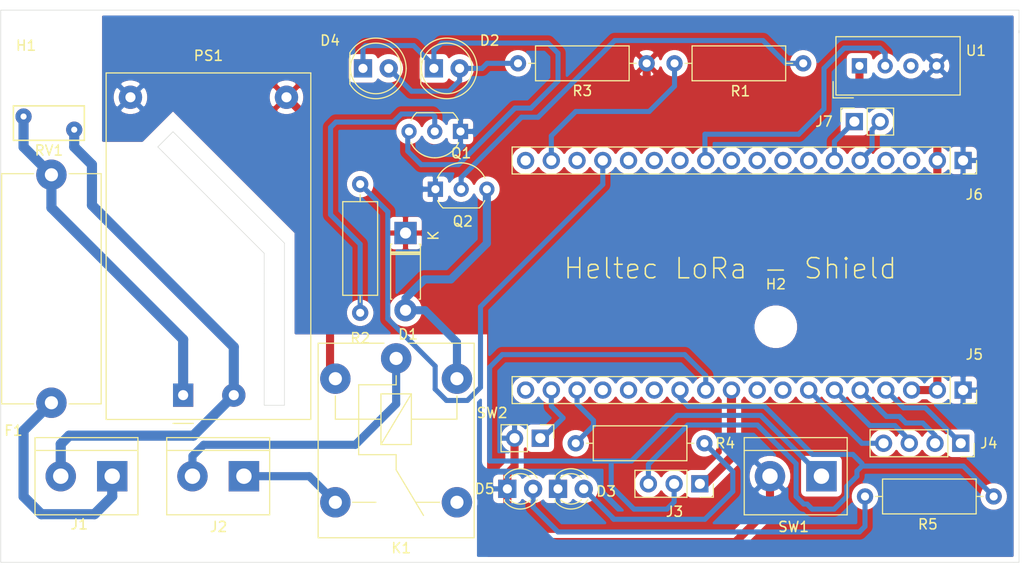
<source format=kicad_pcb>
(kicad_pcb (version 20171130) (host pcbnew 5.1.6-c6e7f7d~87~ubuntu18.04.1)
  (title_block (title "Smart Public Building - Node") (date 2020-10-14) (rev 1.0) (company "Lucas Monzon Languasco - SuSTI") (comment 1 "Shield Heltec LoRa") (comment 2 "Revisor alumno: Daniel Marquez") (comment 3 "Revisor docente: Diego Brengi") (comment 4 "Licencia BSD (proyecto CIAA), GPL o OHL (Cern)."))
  (layers (0 F.Cu signal) (31 B.Cu signal) (34 B.Paste user hide) (35 F.Paste user hide) (36 B.SilkS user hide) (37 F.SilkS user) (38 B.Mask user hide) (39 F.Mask user hide) (44 Edge.Cuts user))
  (net 0 "")
  (net 1 +5V)
  (net 2 "Net-(D1-Pad2)")
  (net 3 "Net-(D2-Pad1)")
  (net 4 "Net-(D2-Pad2)")
  (net 5 GND)
  (net 6 "Net-(D3-Pad2)")
  (net 7 "Net-(D5-Pad2)")
  (net 8 "Net-(F1-Pad1)")
  (net 9 "Net-(F1-Pad2)")
  (net 10 "Net-(J1-Pad2)")
  (net 11 "Net-(J2-Pad1)")
  (net 12 "Net-(J2-Pad2)")
  (net 13 /32)
  (net 14 /36)
  (net 15 /37)
  (net 16 /38)
  (net 17 /39)
  (net 18 +3V3)
  (net 19 "Net-(J5-Pad8)")
  (net 20 "Net-(J5-Pad9)")
  (net 21 "Net-(J5-Pad13)")
  (net 22 "Net-(J5-Pad14)")
  (net 23 "Net-(J5-Pad15)")
  (net 24 "Net-(J5-Pad18)")
  (net 25 "Net-(J6-Pad18)")
  (net 26 "Net-(J6-Pad16)")
  (net 27 "Net-(J6-Pad14)")
  (net 28 "Net-(J6-Pad13)")
  (net 29 "Net-(J6-Pad12)")
  (net 30 "Net-(J6-Pad10)")
  (net 31 "Net-(J6-Pad9)")
  (net 32 "Net-(J6-Pad8)")
  (net 33 "Net-(J6-Pad7)")
  (net 34 "Net-(J6-Pad6)")
  (net 35 "Net-(J6-Pad5)")
  (net 36 "Net-(J6-Pad4)")
  (net 37 "Net-(J6-Pad3)")
  (net 38 "Net-(K1-Pad12)")
  (net 39 "Net-(Q1-Pad2)")
  (net 40 "Net-(Q2-Pad2)")
  (net 41 "Net-(U1-Pad3)")
  (net 42 /pulsador1)
  (net 43 /led2)
  (net 44 /led1)
  (net 45 /pulsador2)
  (net 46 /salidarelay)
  (net 47 /salidair)
  (net 48 /temp)
  (module Connector_PinSocket_2.54mm:PinSocket_1x18_P2.54mm_Vertical (layer F.Cu) (at 144.98 65.5 270)
    (fp_text reference J5 (at -3.51 -1.11 180) (layer F.SilkS))
    (fp_text value Conn_01x18)
    (fp_line (start -1.33 1.27) (end 1.33 1.27) (layer F.SilkS) (width 0.12))
    (fp_line (start -1.33 1.27) (end -1.33 44.51) (layer F.SilkS) (width 0.12))
    (fp_line (start -1.33 44.51) (end 1.33 44.51) (layer F.SilkS) (width 0.12))
    (fp_line (start 1.33 1.27) (end 1.33 44.51) (layer F.SilkS) (width 0.12))
    (fp_line (start 1.33 -1.33) (end 1.33 0) (layer F.SilkS) (width 0.12))
    (fp_line (start 0 -1.33) (end 1.33 -1.33) (layer F.SilkS) (width 0.12))
    (pad 1 thru_hole rect (at 0 0 270) (size 1.7 1.7) (drill 1) (layers *.Cu *.Mask) (net 5 GND))
    (pad 2 thru_hole oval (at 0 2.54 270) (size 1.7 1.7) (drill 1) (layers *.Cu *.Mask) (net 18 +3V3))
    (pad 3 thru_hole oval (at 0 5.08 270) (size 1.7 1.7) (drill 1) (layers *.Cu *.Mask) (net 18 +3V3))
    (pad 4 thru_hole oval (at 0 7.62 270) (size 1.7 1.7) (drill 1) (layers *.Cu *.Mask) (net 14 /36))
    (pad 5 thru_hole oval (at 0 10.16 270) (size 1.7 1.7) (drill 1) (layers *.Cu *.Mask) (net 15 /37))
    (pad 6 thru_hole oval (at 0 12.7 270) (size 1.7 1.7) (drill 1) (layers *.Cu *.Mask) (net 16 /38))
    (pad 7 thru_hole oval (at 0 15.24 270) (size 1.7 1.7) (drill 1) (layers *.Cu *.Mask) (net 17 /39))
    (pad 8 thru_hole oval (at 0 17.78 270) (size 1.7 1.7) (drill 1) (layers *.Cu *.Mask) (net 19 "Net-(J5-Pad8)"))
    (pad 9 thru_hole oval (at 0 20.32 270) (size 1.7 1.7) (drill 1) (layers *.Cu *.Mask) (net 20 "Net-(J5-Pad9)"))
    (pad 10 thru_hole oval (at 0 22.86 270) (size 1.7 1.7) (drill 1) (layers *.Cu *.Mask) (net 13 /32))
    (pad 11 thru_hole oval (at 0 25.4 270) (size 1.7 1.7) (drill 1) (layers *.Cu *.Mask) (net 42 /pulsador1))
    (pad 12 thru_hole oval (at 0 27.94 270) (size 1.7 1.7) (drill 1) (layers *.Cu *.Mask) (net 43 /led2))
    (pad 13 thru_hole oval (at 0 30.48 270) (size 1.7 1.7) (drill 1) (layers *.Cu *.Mask) (net 21 "Net-(J5-Pad13)"))
    (pad 14 thru_hole oval (at 0 33.02 270) (size 1.7 1.7) (drill 1) (layers *.Cu *.Mask) (net 22 "Net-(J5-Pad14)"))
    (pad 15 thru_hole oval (at 0 35.56 270) (size 1.7 1.7) (drill 1) (layers *.Cu *.Mask) (net 23 "Net-(J5-Pad15)"))
    (pad 16 thru_hole oval (at 0 38.1 270) (size 1.7 1.7) (drill 1) (layers *.Cu *.Mask) (net 44 /led1))
    (pad 17 thru_hole oval (at 0 40.64 270) (size 1.7 1.7) (drill 1) (layers *.Cu *.Mask) (net 45 /pulsador2))
    (pad 18 thru_hole oval (at 0 43.18 270) (size 1.7 1.7) (drill 1) (layers *.Cu *.Mask) (net 24 "Net-(J5-Pad18)"))
  )
  (module Package_TO_SOT_THT:TO-92_Inline_Wide (layer F.Cu) (at 92.9 45.675)
    (fp_text reference Q1 (at 2.54 -3.56) (layer F.SilkS))
    (fp_text value 2N2219)
    (fp_line (start 0.74 1.85) (end 4.34 1.85) (layer F.SilkS) (width 0.12))
    (fp_arc (start 2.54 0) (end 0.74 1.85) (angle 20) (layer F.SilkS) (width 0.12))
    (fp_arc (start 2.54 0) (end 2.54 -2.6) (angle -65) (layer F.SilkS) (width 0.12))
    (fp_arc (start 2.54 0) (end 2.54 -2.6) (angle 65) (layer F.SilkS) (width 0.12))
    (fp_arc (start 2.54 0) (end 4.34 1.85) (angle -20) (layer F.SilkS) (width 0.12))
    (pad 2 thru_hole circle (at 2.54 0 90) (size 1.5 1.5) (drill 0.8) (layers *.Cu *.Mask) (net 39 "Net-(Q1-Pad2)"))
    (pad 3 thru_hole circle (at 5.08 0 90) (size 1.5 1.5) (drill 0.8) (layers *.Cu *.Mask) (net 2 "Net-(D1-Pad2)"))
    (pad 1 thru_hole rect (at 0 0 90) (size 1.5 1.5) (drill 0.8) (layers *.Cu *.Mask) (net 5 GND))
  )
  (module Resistor_THT:R_Axial_DIN0309_L9.0mm_D3.2mm_P12.70mm_Horizontal (layer F.Cu) (at 85.475 57.875 90)
    (fp_text reference R2 (at -2.5 0 180) (layer F.SilkS))
    (fp_text value 100)
    (fp_line (start 1.73 -1.72) (end 1.73 1.72) (layer F.SilkS) (width 0.12))
    (fp_line (start 1.73 1.72) (end 10.97 1.72) (layer F.SilkS) (width 0.12))
    (fp_line (start 10.97 1.72) (end 10.97 -1.72) (layer F.SilkS) (width 0.12))
    (fp_line (start 10.97 -1.72) (end 1.73 -1.72) (layer F.SilkS) (width 0.12))
    (fp_line (start 1.04 0) (end 1.73 0) (layer F.SilkS) (width 0.12))
    (fp_line (start 11.66 0) (end 10.97 0) (layer F.SilkS) (width 0.12))
    (pad 2 thru_hole oval (at 12.7 0 90) (size 1.6 1.6) (drill 0.8) (layers *.Cu *.Mask) (net 47 /salidair))
    (pad 1 thru_hole circle (at 0 0 90) (size 1.6 1.6) (drill 0.8) (layers *.Cu *.Mask) (net 40 "Net-(Q2-Pad2)"))
  )
  (module MountingHole:MountingHole_3.2mm_M3 (layer F.Cu) (at 55 33.75)
    (fp_text reference H1 (at -2.5 -2.25) (layer F.SilkS))
    (fp_text value MountingHole_3.2mm_M3)
    (pad 1 np_thru_hole circle (at 0 0) (size 3.2 3.2) (drill 3.2) (layers *.Cu *.Mask))
  )
  (module MountingHole:MountingHole_3.2mm_M3 (layer F.Cu) (at 126.5 59.25)
    (fp_text reference H2 (at 0 -4.2) (layer F.SilkS))
    (fp_text value MountingHole_3.2mm_M3)
    (pad 1 np_thru_hole circle (at 0 0) (size 3.2 3.2) (drill 3.2) (layers *.Cu *.Mask))
  )
  (module Converter_ACDC:Converter_ACDC_HiLink_HLK-PMxx (layer F.Cu) (at 68 66 90)
    (fp_text reference PS1 (at 33.5 2.5 180) (layer F.SilkS))
    (fp_text value HLK-PM01)
    (fp_line (start -2.79 -1) (end -2.79 1.01) (layer F.SilkS) (width 0.12))
    (fp_line (start 31.8 -7.6) (end -2.4 -7.6) (layer F.SilkS) (width 0.12))
    (fp_line (start 31.8 12.6) (end 31.8 -7.6) (layer F.SilkS) (width 0.12))
    (fp_line (start -2.4 12.6) (end 31.8 12.6) (layer F.SilkS) (width 0.12))
    (fp_line (start -2.4 -7.6) (end -2.4 12.6) (layer F.SilkS) (width 0.12))
    (pad 3 thru_hole circle (at 29.4 -5.2 90) (size 2.3 2.3) (drill 1) (layers *.Cu *.Mask) (net 5 GND))
    (pad 1 thru_hole rect (at 0 0 90) (size 2.3 2) (drill 1) (layers *.Cu *.Mask) (net 8 "Net-(F1-Pad1)"))
    (pad 2 thru_hole circle (at 0 5 90) (size 2.3 2.3) (drill 1) (layers *.Cu *.Mask) (net 10 "Net-(J1-Pad2)"))
    (pad 4 thru_hole circle (at 29.4 10.2 90) (size 2.3 2.3) (drill 1) (layers *.Cu *.Mask) (net 1 +5V))
  )
  (module TerminalBlock:TerminalBlock_bornier-2_P5.08mm (layer F.Cu) (at 61 74 180)
    (fp_text reference J1 (at 3.25 -4.75) (layer F.SilkS))
    (fp_text value Conn_01x02)
    (fp_line (start -2.54 3.81) (end 7.62 3.81) (layer F.SilkS) (width 0.12))
    (fp_line (start -2.54 -3.81) (end -2.54 3.81) (layer F.SilkS) (width 0.12))
    (fp_line (start 7.62 -3.81) (end -2.54 -3.81) (layer F.SilkS) (width 0.12))
    (fp_line (start 7.62 3.81) (end 7.62 -3.81) (layer F.SilkS) (width 0.12))
    (fp_line (start 7.62 2.54) (end -2.54 2.54) (layer F.SilkS) (width 0.12))
    (pad 1 thru_hole rect (at 0 0 180) (size 3 3) (drill 1.52) (layers *.Cu *.Mask) (net 9 "Net-(F1-Pad2)"))
    (pad 2 thru_hole circle (at 5.08 0 180) (size 3 3) (drill 1.52) (layers *.Cu *.Mask) (net 10 "Net-(J1-Pad2)"))
  )
  (module Resistor_THT:R_Axial_DIN0309_L9.0mm_D3.2mm_P12.70mm_Horizontal (layer F.Cu) (at 106.75 70.75)
    (fp_text reference R4 (at 14.75 0) (layer F.SilkS))
    (fp_text value 220)
    (fp_line (start 11.66 0) (end 10.97 0) (layer F.SilkS) (width 0.12))
    (fp_line (start 1.04 0) (end 1.73 0) (layer F.SilkS) (width 0.12))
    (fp_line (start 10.97 -1.72) (end 1.73 -1.72) (layer F.SilkS) (width 0.12))
    (fp_line (start 10.97 1.72) (end 10.97 -1.72) (layer F.SilkS) (width 0.12))
    (fp_line (start 1.73 1.72) (end 10.97 1.72) (layer F.SilkS) (width 0.12))
    (fp_line (start 1.73 -1.72) (end 1.73 1.72) (layer F.SilkS) (width 0.12))
    (pad 1 thru_hole circle (at 0 0) (size 1.6 1.6) (drill 0.8) (layers *.Cu *.Mask) (net 44 /led1))
    (pad 2 thru_hole oval (at 12.7 0) (size 1.6 1.6) (drill 0.8) (layers *.Cu *.Mask) (net 6 "Net-(D3-Pad2)"))
  )
  (module Connector_PinSocket_2.54mm:PinSocket_1x18_P2.54mm_Vertical (layer F.Cu) (at 144.98 42.84 270)
    (fp_text reference J6 (at 3.36 -1.11 180) (layer F.SilkS))
    (fp_text value Conn_01x18)
    (fp_line (start 0 -1.33) (end 1.33 -1.33) (layer F.SilkS) (width 0.12))
    (fp_line (start 1.33 -1.33) (end 1.33 0) (layer F.SilkS) (width 0.12))
    (fp_line (start 1.33 1.27) (end 1.33 44.51) (layer F.SilkS) (width 0.12))
    (fp_line (start -1.33 44.51) (end 1.33 44.51) (layer F.SilkS) (width 0.12))
    (fp_line (start -1.33 1.27) (end -1.33 44.51) (layer F.SilkS) (width 0.12))
    (fp_line (start -1.33 1.27) (end 1.33 1.27) (layer F.SilkS) (width 0.12))
    (pad 18 thru_hole oval (at 0 43.18 270) (size 1.7 1.7) (drill 1) (layers *.Cu *.Mask) (net 25 "Net-(J6-Pad18)"))
    (pad 17 thru_hole oval (at 0 40.64 270) (size 1.7 1.7) (drill 1) (layers *.Cu *.Mask) (net 46 /salidarelay))
    (pad 16 thru_hole oval (at 0 38.1 270) (size 1.7 1.7) (drill 1) (layers *.Cu *.Mask) (net 26 "Net-(J6-Pad16)"))
    (pad 15 thru_hole oval (at 0 35.56 270) (size 1.7 1.7) (drill 1) (layers *.Cu *.Mask) (net 47 /salidair))
    (pad 14 thru_hole oval (at 0 33.02 270) (size 1.7 1.7) (drill 1) (layers *.Cu *.Mask) (net 27 "Net-(J6-Pad14)"))
    (pad 13 thru_hole oval (at 0 30.48 270) (size 1.7 1.7) (drill 1) (layers *.Cu *.Mask) (net 28 "Net-(J6-Pad13)"))
    (pad 12 thru_hole oval (at 0 27.94 270) (size 1.7 1.7) (drill 1) (layers *.Cu *.Mask) (net 29 "Net-(J6-Pad12)"))
    (pad 11 thru_hole oval (at 0 25.4 270) (size 1.7 1.7) (drill 1) (layers *.Cu *.Mask) (net 48 /temp))
    (pad 10 thru_hole oval (at 0 22.86 270) (size 1.7 1.7) (drill 1) (layers *.Cu *.Mask) (net 30 "Net-(J6-Pad10)"))
    (pad 9 thru_hole oval (at 0 20.32 270) (size 1.7 1.7) (drill 1) (layers *.Cu *.Mask) (net 31 "Net-(J6-Pad9)"))
    (pad 8 thru_hole oval (at 0 17.78 270) (size 1.7 1.7) (drill 1) (layers *.Cu *.Mask) (net 32 "Net-(J6-Pad8)"))
    (pad 7 thru_hole oval (at 0 15.24 270) (size 1.7 1.7) (drill 1) (layers *.Cu *.Mask) (net 33 "Net-(J6-Pad7)"))
    (pad 6 thru_hole oval (at 0 12.7 270) (size 1.7 1.7) (drill 1) (layers *.Cu *.Mask) (net 34 "Net-(J6-Pad6)"))
    (pad 5 thru_hole oval (at 0 10.16 270) (size 1.7 1.7) (drill 1) (layers *.Cu *.Mask) (net 35 "Net-(J6-Pad5)"))
    (pad 4 thru_hole oval (at 0 7.62 270) (size 1.7 1.7) (drill 1) (layers *.Cu *.Mask) (net 36 "Net-(J6-Pad4)"))
    (pad 3 thru_hole oval (at 0 5.08 270) (size 1.7 1.7) (drill 1) (layers *.Cu *.Mask) (net 37 "Net-(J6-Pad3)"))
    (pad 2 thru_hole oval (at 0 2.54 270) (size 1.7 1.7) (drill 1) (layers *.Cu *.Mask) (net 1 +5V))
    (pad 1 thru_hole rect (at 0 0 270) (size 1.7 1.7) (drill 1) (layers *.Cu *.Mask) (net 5 GND))
  )
  (module Sensor:Aosong_DHT11_5.5x12.0_P2.54mm (layer F.Cu) (at 134.75 33.5 90)
    (fp_text reference U1 (at 1.5 11.5 180) (layer F.SilkS))
    (fp_text value DHT11)
    (fp_line (start -2.87 -2.32) (end 2.87 -2.32) (layer F.SilkS) (width 0.12))
    (fp_line (start 2.88 -2.32) (end 2.88 9.94) (layer F.SilkS) (width 0.12))
    (fp_line (start 2.88 9.94) (end -2.88 9.94) (layer F.SilkS) (width 0.12))
    (fp_line (start -2.88 9.94) (end -2.88 -2.31) (layer F.SilkS) (width 0.12))
    (fp_line (start -3.16 -2.6) (end -3.16 -0.6) (layer F.SilkS) (width 0.12))
    (fp_line (start -3.16 -2.6) (end -1.55 -2.6) (layer F.SilkS) (width 0.12))
    (pad 4 thru_hole circle (at 0 7.62 90) (size 1.5 1.5) (drill 0.8) (layers *.Cu *.Mask) (net 5 GND))
    (pad 3 thru_hole circle (at 0 5.08 90) (size 1.5 1.5) (drill 0.8) (layers *.Cu *.Mask) (net 41 "Net-(U1-Pad3)"))
    (pad 2 thru_hole circle (at 0 2.54 90) (size 1.5 1.5) (drill 0.8) (layers *.Cu *.Mask) (net 48 /temp))
    (pad 1 thru_hole rect (at 0 0 90) (size 1.5 1.5) (drill 0.8) (layers *.Cu *.Mask) (net 18 +3V3))
  )
  (module Connector_PinSocket_2.54mm:PinSocket_1x04_P2.54mm_Vertical (layer F.Cu) (at 144.75 70.75 270)
    (fp_text reference J4 (at 0 -2.77 180) (layer F.SilkS))
    (fp_text value Conn_01x04)
    (fp_line (start -1.33 1.27) (end 1.33 1.27) (layer F.SilkS) (width 0.12))
    (fp_line (start -1.33 1.27) (end -1.33 8.95) (layer F.SilkS) (width 0.12))
    (fp_line (start -1.33 8.95) (end 1.33 8.95) (layer F.SilkS) (width 0.12))
    (fp_line (start 1.33 1.27) (end 1.33 8.95) (layer F.SilkS) (width 0.12))
    (fp_line (start 1.33 -1.33) (end 1.33 0) (layer F.SilkS) (width 0.12))
    (fp_line (start 0 -1.33) (end 1.33 -1.33) (layer F.SilkS) (width 0.12))
    (pad 1 thru_hole rect (at 0 0 270) (size 1.7 1.7) (drill 1) (layers *.Cu *.Mask) (net 14 /36))
    (pad 2 thru_hole oval (at 0 2.54 270) (size 1.7 1.7) (drill 1) (layers *.Cu *.Mask) (net 15 /37))
    (pad 3 thru_hole oval (at 0 5.08 270) (size 1.7 1.7) (drill 1) (layers *.Cu *.Mask) (net 16 /38))
    (pad 4 thru_hole oval (at 0 7.62 270) (size 1.7 1.7) (drill 1) (layers *.Cu *.Mask) (net 17 /39))
  )
  (module Connector_PinSocket_2.54mm:PinSocket_1x03_P2.54mm_Vertical (layer F.Cu) (at 119 74.75 270)
    (fp_text reference J3 (at 2.75 2.5 180) (layer F.SilkS))
    (fp_text value Conn_01x03)
    (fp_line (start -1.33 1.27) (end 1.33 1.27) (layer F.SilkS) (width 0.12))
    (fp_line (start -1.33 1.27) (end -1.33 6.41) (layer F.SilkS) (width 0.12))
    (fp_line (start -1.33 6.41) (end 1.33 6.41) (layer F.SilkS) (width 0.12))
    (fp_line (start 1.33 1.27) (end 1.33 6.41) (layer F.SilkS) (width 0.12))
    (fp_line (start 1.33 -1.33) (end 1.33 0) (layer F.SilkS) (width 0.12))
    (fp_line (start 0 -1.33) (end 1.33 -1.33) (layer F.SilkS) (width 0.12))
    (pad 1 thru_hole rect (at 0 0 270) (size 1.7 1.7) (drill 1) (layers *.Cu *.Mask) (net 13 /32))
    (pad 2 thru_hole oval (at 0 2.54 270) (size 1.7 1.7) (drill 1) (layers *.Cu *.Mask) (net 42 /pulsador1))
    (pad 3 thru_hole oval (at 0 5.08 270) (size 1.7 1.7) (drill 1) (layers *.Cu *.Mask) (net 43 /led2))
  )
  (module Diode_THT:D_DO-41_SOD81_P7.62mm_Horizontal (layer F.Cu) (at 89.95 50 270)
    (fp_text reference D1 (at 10 -0.25) (layer F.SilkS))
    (fp_text value D)
    (fp_line (start 1.09 -1.34) (end 1.09 -1.47) (layer F.SilkS) (width 0.12))
    (fp_line (start 1.09 -1.47) (end 6.53 -1.47) (layer F.SilkS) (width 0.12))
    (fp_line (start 6.53 -1.47) (end 6.53 -1.34) (layer F.SilkS) (width 0.12))
    (fp_line (start 1.09 1.34) (end 1.09 1.47) (layer F.SilkS) (width 0.12))
    (fp_line (start 1.09 1.47) (end 6.53 1.47) (layer F.SilkS) (width 0.12))
    (fp_line (start 6.53 1.47) (end 6.53 1.34) (layer F.SilkS) (width 0.12))
    (fp_line (start 1.99 -1.47) (end 1.99 1.47) (layer F.SilkS) (width 0.12))
    (fp_line (start 2.11 -1.47) (end 2.11 1.47) (layer F.SilkS) (width 0.12))
    (fp_line (start 1.87 -1.47) (end 1.87 1.47) (layer F.SilkS) (width 0.12))
    (fp_text user K (at 0.25 -2.75 270) (layer F.SilkS))
    (pad 2 thru_hole oval (at 7.62 0 270) (size 2.2 2.2) (drill 1.1) (layers *.Cu *.Mask) (net 2 "Net-(D1-Pad2)"))
    (pad 1 thru_hole rect (at 0 0 270) (size 2.2 2.2) (drill 1.1) (layers *.Cu *.Mask) (net 1 +5V))
  )
  (module LED_THT:LED_D5.0mm_IRGrey (layer F.Cu) (at 92.75 33.75)
    (fp_text reference D2 (at 5.5 -2.75) (layer F.SilkS))
    (fp_text value LED)
    (fp_line (start -1.29 -1.545) (end -1.29 1.545) (layer F.SilkS) (width 0.12))
    (fp_circle (center 1.27 0) (end 3.77 0) (layer F.SilkS) (width 0.12))
    (fp_arc (start 1.27 0) (end -1.29 1.54483) (angle -148.9) (layer F.SilkS) (width 0.12))
    (fp_arc (start 1.27 0) (end -1.29 -1.54483) (angle 148.9) (layer F.SilkS) (width 0.12))
    (pad 2 thru_hole circle (at 2.54 0) (size 1.8 1.8) (drill 0.9) (layers *.Cu *.Mask) (net 4 "Net-(D2-Pad2)"))
    (pad 1 thru_hole rect (at 0 0) (size 1.8 1.8) (drill 0.9) (layers *.Cu *.Mask) (net 3 "Net-(D2-Pad1)"))
  )
  (module LED_THT:LED_D3.0mm_FlatTop (layer F.Cu) (at 105 75.25)
    (fp_text reference D3 (at 4.75 0.25) (layer F.SilkS))
    (fp_text value LED)
    (fp_line (start -0.29 -1.236) (end -0.29 -1.08) (layer F.SilkS) (width 0.12))
    (fp_line (start -0.29 1.08) (end -0.29 1.236) (layer F.SilkS) (width 0.12))
    (fp_arc (start 1.27 0) (end 0.229039 1.08) (angle -87.9) (layer F.SilkS) (width 0.12))
    (fp_arc (start 1.27 0) (end 0.229039 -1.08) (angle 87.9) (layer F.SilkS) (width 0.12))
    (fp_arc (start 1.27 0) (end -0.29 1.235516) (angle -108.8) (layer F.SilkS) (width 0.12))
    (fp_arc (start 1.27 0) (end -0.29 -1.235516) (angle 108.8) (layer F.SilkS) (width 0.12))
    (pad 2 thru_hole circle (at 2.54 0) (size 1.8 1.8) (drill 0.9) (layers *.Cu *.Mask) (net 6 "Net-(D3-Pad2)"))
    (pad 1 thru_hole rect (at 0 0) (size 1.8 1.8) (drill 0.9) (layers *.Cu *.Mask) (net 5 GND))
  )
  (module LED_THT:LED_D5.0mm_IRGrey (layer F.Cu) (at 85.75 33.75)
    (fp_text reference D4 (at -3.25 -2.75) (layer F.SilkS))
    (fp_text value LED)
    (fp_circle (center 1.27 0) (end 3.77 0) (layer F.SilkS) (width 0.12))
    (fp_line (start -1.29 -1.545) (end -1.29 1.545) (layer F.SilkS) (width 0.12))
    (fp_arc (start 1.27 0) (end -1.29 -1.54483) (angle 148.9) (layer F.SilkS) (width 0.12))
    (fp_arc (start 1.27 0) (end -1.29 1.54483) (angle -148.9) (layer F.SilkS) (width 0.12))
    (pad 1 thru_hole rect (at 0 0) (size 1.8 1.8) (drill 0.9) (layers *.Cu *.Mask) (net 3 "Net-(D2-Pad1)"))
    (pad 2 thru_hole circle (at 2.54 0) (size 1.8 1.8) (drill 0.9) (layers *.Cu *.Mask) (net 4 "Net-(D2-Pad2)"))
  )
  (module LED_THT:LED_D3.0mm_FlatTop (layer F.Cu) (at 100 75.25)
    (fp_text reference D5 (at -2.25 0) (layer F.SilkS))
    (fp_text value LED)
    (fp_line (start -0.29 1.08) (end -0.29 1.236) (layer F.SilkS) (width 0.12))
    (fp_line (start -0.29 -1.236) (end -0.29 -1.08) (layer F.SilkS) (width 0.12))
    (fp_arc (start 1.27 0) (end -0.29 -1.235516) (angle 108.8) (layer F.SilkS) (width 0.12))
    (fp_arc (start 1.27 0) (end -0.29 1.235516) (angle -108.8) (layer F.SilkS) (width 0.12))
    (fp_arc (start 1.27 0) (end 0.229039 -1.08) (angle 87.9) (layer F.SilkS) (width 0.12))
    (fp_arc (start 1.27 0) (end 0.229039 1.08) (angle -87.9) (layer F.SilkS) (width 0.12))
    (pad 1 thru_hole rect (at 0 0) (size 1.8 1.8) (drill 0.9) (layers *.Cu *.Mask) (net 5 GND))
    (pad 2 thru_hole circle (at 2.54 0) (size 1.8 1.8) (drill 0.9) (layers *.Cu *.Mask) (net 7 "Net-(D5-Pad2)"))
  )
  (module Relay_THT:Relay_SPDT_Finder_36.11 (layer F.Cu) (at 89.025 62.375 270)
    (fp_text reference K1 (at 18.72 -0.5) (layer F.SilkS))
    (fp_text value FINDER-36.11)
    (fp_line (start -1.5 1.2) (end -1.5 7.7) (layer F.SilkS) (width 0.12))
    (fp_line (start -1.5 -7.7) (end -1.5 -1.2) (layer F.SilkS) (width 0.12))
    (fp_line (start -1.5 -7.7) (end 17.7 -7.7) (layer F.SilkS) (width 0.12))
    (fp_line (start 17.7 -7.7) (end 17.7 7.7) (layer F.SilkS) (width 0.12))
    (fp_line (start 17.7 7.7) (end -1.5 7.7) (layer F.SilkS) (width 0.12))
    (fp_line (start 14.2 4.3) (end 14.2 2) (layer F.SilkS) (width 0.12))
    (fp_line (start 14.2 -4.3) (end 14.2 -2) (layer F.SilkS) (width 0.12))
    (fp_line (start 3.7 6) (end 6 6) (layer F.SilkS) (width 0.12))
    (fp_line (start 2.6 0) (end 1.7 0) (layer F.SilkS) (width 0.12))
    (fp_line (start 6 -6) (end 3.7 -6) (layer F.SilkS) (width 0.12))
    (fp_line (start 9.5 0) (end 11 0) (layer F.SilkS) (width 0.12))
    (fp_line (start 11 0) (end 15.5 -2.7) (layer F.SilkS) (width 0.12))
    (fp_line (start 9.5 3.7) (end 2.6 3.7) (layer F.SilkS) (width 0.12))
    (fp_line (start 9.5 0) (end 9.5 3.7) (layer F.SilkS) (width 0.12))
    (fp_line (start 2.6 0) (end 2.6 3.7) (layer F.SilkS) (width 0.12))
    (fp_line (start 6 -6) (end 6 -1.5) (layer F.SilkS) (width 0.12))
    (fp_line (start 6 1.5) (end 6 6) (layer F.SilkS) (width 0.12))
    (fp_line (start 8.5 1.5) (end 3.5 -1.5) (layer F.SilkS) (width 0.12))
    (fp_line (start 3.5 1.5) (end 3.5 -1.5) (layer F.SilkS) (width 0.12))
    (fp_line (start 3.5 -1.5) (end 8.5 -1.5) (layer F.SilkS) (width 0.12))
    (fp_line (start 8.5 -1.5) (end 8.5 1.5) (layer F.SilkS) (width 0.12))
    (fp_line (start 8.5 1.5) (end 3.5 1.5) (layer F.SilkS) (width 0.12))
    (pad 11 thru_hole circle (at 0 0 270) (size 3 3) (drill 1.3) (layers *.Cu *.Mask) (net 12 "Net-(J2-Pad2)"))
    (pad A2 thru_hole circle (at 2 -6 270) (size 3 3) (drill 1.3) (layers *.Cu *.Mask) (net 2 "Net-(D1-Pad2)"))
    (pad 12 thru_hole circle (at 14.2 -6 270) (size 3 3) (drill 1.3) (layers *.Cu *.Mask) (net 38 "Net-(K1-Pad12)"))
    (pad 14 thru_hole circle (at 14.2 6 270) (size 3 3) (drill 1.3) (layers *.Cu *.Mask) (net 11 "Net-(J2-Pad1)"))
    (pad A1 thru_hole circle (at 2 6 270) (size 3 3) (drill 1.3) (layers *.Cu *.Mask) (net 1 +5V))
  )
  (module Resistor_THT:R_Axial_DIN0309_L9.0mm_D3.2mm_P12.70mm_Horizontal (layer F.Cu) (at 116.5 33.25)
    (fp_text reference R1 (at 6.5 2.75) (layer F.SilkS))
    (fp_text value 220)
    (fp_line (start 1.73 -1.72) (end 1.73 1.72) (layer F.SilkS) (width 0.12))
    (fp_line (start 1.73 1.72) (end 10.97 1.72) (layer F.SilkS) (width 0.12))
    (fp_line (start 10.97 1.72) (end 10.97 -1.72) (layer F.SilkS) (width 0.12))
    (fp_line (start 10.97 -1.72) (end 1.73 -1.72) (layer F.SilkS) (width 0.12))
    (fp_line (start 1.04 0) (end 1.73 0) (layer F.SilkS) (width 0.12))
    (fp_line (start 11.66 0) (end 10.97 0) (layer F.SilkS) (width 0.12))
    (pad 2 thru_hole oval (at 12.7 0) (size 1.6 1.6) (drill 0.8) (layers *.Cu *.Mask) (net 39 "Net-(Q1-Pad2)"))
    (pad 1 thru_hole circle (at 0 0) (size 1.6 1.6) (drill 0.8) (layers *.Cu *.Mask) (net 46 /salidarelay))
  )
  (module Resistor_THT:R_Axial_DIN0309_L9.0mm_D3.2mm_P12.70mm_Horizontal (layer F.Cu) (at 113.75 33.25 180)
    (fp_text reference R3 (at 6.35 -2.72) (layer F.SilkS))
    (fp_text value 10)
    (fp_line (start 11.66 0) (end 10.97 0) (layer F.SilkS) (width 0.12))
    (fp_line (start 1.04 0) (end 1.73 0) (layer F.SilkS) (width 0.12))
    (fp_line (start 10.97 -1.72) (end 1.73 -1.72) (layer F.SilkS) (width 0.12))
    (fp_line (start 10.97 1.72) (end 10.97 -1.72) (layer F.SilkS) (width 0.12))
    (fp_line (start 1.73 1.72) (end 10.97 1.72) (layer F.SilkS) (width 0.12))
    (fp_line (start 1.73 -1.72) (end 1.73 1.72) (layer F.SilkS) (width 0.12))
    (pad 1 thru_hole circle (at 0 0 180) (size 1.6 1.6) (drill 0.8) (layers *.Cu *.Mask) (net 1 +5V))
    (pad 2 thru_hole oval (at 12.7 0 180) (size 1.6 1.6) (drill 0.8) (layers *.Cu *.Mask) (net 4 "Net-(D2-Pad2)"))
  )
  (module Resistor_THT:R_Axial_DIN0309_L9.0mm_D3.2mm_P12.70mm_Horizontal (layer F.Cu) (at 148 76 180)
    (fp_text reference R5 (at 6.5 -2.75) (layer F.SilkS))
    (fp_text value 220)
    (fp_line (start 1.73 -1.72) (end 1.73 1.72) (layer F.SilkS) (width 0.12))
    (fp_line (start 1.73 1.72) (end 10.97 1.72) (layer F.SilkS) (width 0.12))
    (fp_line (start 10.97 1.72) (end 10.97 -1.72) (layer F.SilkS) (width 0.12))
    (fp_line (start 10.97 -1.72) (end 1.73 -1.72) (layer F.SilkS) (width 0.12))
    (fp_line (start 1.04 0) (end 1.73 0) (layer F.SilkS) (width 0.12))
    (fp_line (start 11.66 0) (end 10.97 0) (layer F.SilkS) (width 0.12))
    (pad 2 thru_hole oval (at 12.7 0 180) (size 1.6 1.6) (drill 0.8) (layers *.Cu *.Mask) (net 7 "Net-(D5-Pad2)"))
    (pad 1 thru_hole circle (at 0 0 180) (size 1.6 1.6) (drill 0.8) (layers *.Cu *.Mask) (net 43 /led2))
  )
  (module TerminalBlock:TerminalBlock_bornier-2_P5.08mm (layer F.Cu) (at 131 74 180)
    (fp_text reference SW1 (at 2.75 -5) (layer F.SilkS))
    (fp_text value SW_Push)
    (fp_line (start 7.62 2.54) (end -2.54 2.54) (layer F.SilkS) (width 0.12))
    (fp_line (start 7.62 3.81) (end 7.62 -3.81) (layer F.SilkS) (width 0.12))
    (fp_line (start 7.62 -3.81) (end -2.54 -3.81) (layer F.SilkS) (width 0.12))
    (fp_line (start -2.54 -3.81) (end -2.54 3.81) (layer F.SilkS) (width 0.12))
    (fp_line (start -2.54 3.81) (end 7.62 3.81) (layer F.SilkS) (width 0.12))
    (pad 2 thru_hole circle (at 5.08 0 180) (size 3 3) (drill 1.52) (layers *.Cu *.Mask) (net 5 GND))
    (pad 1 thru_hole rect (at 0 0 180) (size 3 3) (drill 1.52) (layers *.Cu *.Mask) (net 42 /pulsador1))
  )
  (module Connector_PinHeader_2.54mm:PinHeader_1x02_P2.54mm_Vertical (layer F.Cu) (at 103.25 70.25 270)
    (fp_text reference SW2 (at -2.5 4.75 180) (layer F.SilkS))
    (fp_text value SW_Push)
    (fp_line (start -1.33 3.87) (end 1.33 3.87) (layer F.SilkS) (width 0.12))
    (fp_line (start -1.33 1.27) (end -1.33 3.87) (layer F.SilkS) (width 0.12))
    (fp_line (start 1.33 1.27) (end 1.33 3.87) (layer F.SilkS) (width 0.12))
    (fp_line (start -1.33 1.27) (end 1.33 1.27) (layer F.SilkS) (width 0.12))
    (fp_line (start -1.33 0) (end -1.33 -1.33) (layer F.SilkS) (width 0.12))
    (fp_line (start -1.33 -1.33) (end 0 -1.33) (layer F.SilkS) (width 0.12))
    (pad 2 thru_hole oval (at 0 2.54 270) (size 1.7 1.7) (drill 1) (layers *.Cu *.Mask) (net 5 GND))
    (pad 1 thru_hole rect (at 0 0 270) (size 1.7 1.7) (drill 1) (layers *.Cu *.Mask) (net 45 /pulsador2))
  )
  (module Connector_PinSocket_2.54mm:PinSocket_1x02_P2.54mm_Vertical (layer F.Cu) (at 134.25 39 90)
    (fp_text reference J7 (at 0 -3 180) (layer F.SilkS))
    (fp_text value UART_0)
    (fp_line (start -1.33 1.27) (end 1.33 1.27) (layer F.SilkS) (width 0.12))
    (fp_line (start -1.33 1.27) (end -1.33 3.87) (layer F.SilkS) (width 0.12))
    (fp_line (start -1.33 3.87) (end 1.33 3.87) (layer F.SilkS) (width 0.12))
    (fp_line (start 1.33 1.27) (end 1.33 3.87) (layer F.SilkS) (width 0.12))
    (fp_line (start 1.33 -1.33) (end 1.33 0) (layer F.SilkS) (width 0.12))
    (fp_line (start 0 -1.33) (end 1.33 -1.33) (layer F.SilkS) (width 0.12))
    (pad 1 thru_hole rect (at 0 0 90) (size 1.7 1.7) (drill 1) (layers *.Cu *.Mask) (net 34 "Net-(J6-Pad6)"))
    (pad 2 thru_hole oval (at 0 2.54 90) (size 1.7 1.7) (drill 1) (layers *.Cu *.Mask) (net 35 "Net-(J6-Pad5)"))
  )
  (module TerminalBlock:TerminalBlock_bornier-2_P5.08mm (layer F.Cu) (at 74 74 180)
    (fp_text reference J2 (at 2.5 -5) (layer F.SilkS))
    (fp_text value Conn_01x02)
    (fp_line (start 7.62 2.54) (end -2.54 2.54) (layer F.SilkS) (width 0.12))
    (fp_line (start 7.62 3.81) (end 7.62 -3.81) (layer F.SilkS) (width 0.12))
    (fp_line (start 7.62 -3.81) (end -2.54 -3.81) (layer F.SilkS) (width 0.12))
    (fp_line (start -2.54 -3.81) (end -2.54 3.81) (layer F.SilkS) (width 0.12))
    (fp_line (start -2.54 3.81) (end 7.62 3.81) (layer F.SilkS) (width 0.12))
    (pad 1 thru_hole rect (at 0 0 180) (size 3 3) (drill 1.52) (layers *.Cu *.Mask) (net 11 "Net-(J2-Pad1)"))
    (pad 2 thru_hole circle (at 5.08 0 180) (size 3 3) (drill 1.52) (layers *.Cu *.Mask) (net 12 "Net-(J2-Pad2)"))
  )
  (module Fuse:Fuseholder_Cylinder-5x20mm_Schurter_0031_8201_Horizontal_Open (layer F.Cu) (at 55 44.25 270)
    (fp_text reference F1 (at 25.25 3.75 180) (layer F.SilkS))
    (fp_text value Fuse)
    (fp_line (start 22.61 4.91) (end 22.61 1.75) (layer F.SilkS) (width 0.12))
    (fp_line (start 22.61 -1.75) (end 22.61 -4.91) (layer F.SilkS) (width 0.12))
    (fp_line (start -0.11 -1.75) (end -0.11 -4.91) (layer F.SilkS) (width 0.12))
    (fp_line (start -0.11 -4.91) (end 22.61 -4.91) (layer F.SilkS) (width 0.12))
    (fp_line (start -0.11 4.91) (end 22.61 4.91) (layer F.SilkS) (width 0.12))
    (fp_line (start -0.11 4.91) (end -0.11 1.75) (layer F.SilkS) (width 0.12))
    (pad 1 thru_hole circle (at 0 0 270) (size 3 3) (drill 1.3) (layers *.Cu *.Mask) (net 8 "Net-(F1-Pad1)"))
    (pad 2 thru_hole circle (at 22.5 0 270) (size 3 3) (drill 1.3) (layers *.Cu *.Mask) (net 9 "Net-(F1-Pad2)"))
    (pad "" np_thru_hole circle (at 11.25 0 270) (size 2.7 2.7) (drill 2.7) (layers *.Cu *.Mask))
  )
  (module Varistor:RV_Disc_D7mm_W3.4mm_P5mm (layer F.Cu) (at 52.25 38.5)
    (fp_text reference RV1 (at 2.5 3.35) (layer F.SilkS))
    (fp_text value Varistor)
    (fp_line (start -1 2.35) (end 6 2.35) (layer F.SilkS) (width 0.15))
    (fp_line (start -1 -1.05) (end 6 -1.05) (layer F.SilkS) (width 0.15))
    (fp_line (start 6 -1.05) (end 6 2.35) (layer F.SilkS) (width 0.15))
    (fp_line (start -1 -1.05) (end -1 2.35) (layer F.SilkS) (width 0.15))
    (pad 1 thru_hole circle (at 0 0) (size 1.6 1.6) (drill 0.6) (layers *.Cu *.Mask) (net 8 "Net-(F1-Pad1)"))
    (pad 2 thru_hole circle (at 5 1.3) (size 1.6 1.6) (drill 0.6) (layers *.Cu *.Mask) (net 10 "Net-(J1-Pad2)"))
  )
  (module Package_TO_SOT_THT:TO-92_Inline_Wide (layer F.Cu) (at 95.375 39.975 180)
    (fp_text reference Q2 (at -0.225 -8.875) (layer F.SilkS))
    (fp_text value 2N2219)
    (fp_line (start 0.74 1.85) (end 4.34 1.85) (layer F.SilkS) (width 0.12))
    (fp_arc (start 2.54 0) (end 4.34 1.85) (angle -20) (layer F.SilkS) (width 0.12))
    (fp_arc (start 2.54 0) (end 2.54 -2.6) (angle 65) (layer F.SilkS) (width 0.12))
    (fp_arc (start 2.54 0) (end 2.54 -2.6) (angle -65) (layer F.SilkS) (width 0.12))
    (fp_arc (start 2.54 0) (end 0.74 1.85) (angle 20) (layer F.SilkS) (width 0.12))
    (pad 1 thru_hole rect (at 0 0 270) (size 1.5 1.5) (drill 0.8) (layers *.Cu *.Mask) (net 5 GND))
    (pad 3 thru_hole circle (at 5.08 0 270) (size 1.5 1.5) (drill 0.8) (layers *.Cu *.Mask) (net 3 "Net-(D2-Pad1)"))
    (pad 2 thru_hole circle (at 2.54 0 270) (size 1.5 1.5) (drill 0.8) (layers *.Cu *.Mask) (net 40 "Net-(Q2-Pad2)"))
  )
  (gr_line (start 150.5 30.25) (end 150.5 30) (layer Edge.Cuts) (width 0.05))
  (gr_line (start 150.5 28) (end 150.5 30.25) (layer Edge.Cuts) (width 0.05))
  (gr_line (start 50 28) (end 150.5 28) (layer Edge.Cuts) (width 0.05))
  (gr_line (start 50 30) (end 50 28) (layer Edge.Cuts) (width 0.05))
  (gr_line (start 150.5 82.5) (end 150 82.5) (layer Edge.Cuts) (width 0.05))
  (gr_line (start 150.5 30) (end 150.5 82.5) (layer Edge.Cuts) (width 0.05))
  (gr_line (start 50 82.5) (end 150 82.5) (layer Edge.Cuts) (width 0.05))
  (gr_line (start 50 80) (end 50 82.5) (layer Edge.Cuts) (width 0.05))
  (gr_line (start 65.5 41.5) (end 66 42) (layer Edge.Cuts) (width 0.05))
  (gr_line (start 67 40) (end 65.5 41.5) (layer Edge.Cuts) (width 0.05))
  (gr_line (start 78 51) (end 67 40) (layer Edge.Cuts) (width 0.05))
  (gr_line (start 78 67) (end 78 51) (layer Edge.Cuts) (width 0.05))
  (gr_line (start 76 67) (end 78 67) (layer Edge.Cuts) (width 0.05))
  (gr_line (start 76 55) (end 76 67) (layer Edge.Cuts) (width 0.05))
  (gr_line (start 76 52) (end 76 55) (layer Edge.Cuts) (width 0.05))
  (gr_line (start 66 42) (end 76 52) (layer Edge.Cuts) (width 0.05))
  (gr_text "Heltec LoRa - Shield" (at 122 53.5) (layer F.SilkS) (effects (font (size 2 2))))
  (gr_line (start 50 80) (end 50 30) (layer Edge.Cuts) (width 0.05))
  (segment (start 78.2 36.6) (end 80.5 38.9) (width 0.8) (layer F.Cu) (net 1))
  (segment (start 80.5 38.9) (end 80.5 46) (width 0.8) (layer F.Cu) (net 1))
  (segment (start 82.5 48) (end 90 48) (width 0.8) (layer F.Cu) (net 1))
  (segment (start 80.5 46) (end 82.5 48) (width 0.8) (layer F.Cu) (net 1))
  (segment (start 142.44 42.84) (end 142.44 41.38707) (width 0.8) (layer F.Cu) (net 1))
  (segment (start 137.502931 36.450001) (end 115.200001 36.450001) (width 0.8) (layer F.Cu) (net 1))
  (segment (start 142.44 41.38707) (end 137.502931 36.450001) (width 0.8) (layer F.Cu) (net 1))
  (segment (start 113.75 35) (end 113.75 33.25) (width 0.8) (layer F.Cu) (net 1))
  (segment (start 115.200001 36.450001) (end 113.75 35) (width 0.8) (layer F.Cu) (net 1))
  (segment (start 90 48) (end 140.25 48) (width 0.8) (layer F.Cu) (net 1))
  (segment (start 142.44 45.81) (end 142.44 42.84) (width 0.8) (layer F.Cu) (net 1))
  (segment (start 140.25 48) (end 142.44 45.81) (width 0.8) (layer F.Cu) (net 1))
  (segment (start 82.5 63.85) (end 83.025 64.375) (width 0.8) (layer F.Cu) (net 1))
  (segment (start 82.5 48) (end 82.5 63.85) (width 0.8) (layer F.Cu) (net 1))
  (segment (start 89.95 57.62) (end 91.87 57.62) (width 0.8) (layer B.Cu) (net 2))
  (segment (start 95.025 60.775) (end 95.025 64.375) (width 0.8) (layer B.Cu) (net 2))
  (segment (start 91.87 57.62) (end 95.025 60.775) (width 0.8) (layer B.Cu) (net 2))
  (segment (start 97.98 45.675) (end 97.98 51.02) (width 0.8) (layer B.Cu) (net 2))
  (segment (start 97.98 51.02) (end 94.425 54.575) (width 0.8) (layer B.Cu) (net 2))
  (segment (start 94.425 54.575) (end 91.825 54.575) (width 0.8) (layer B.Cu) (net 2))
  (segment (start 89.95 56.45) (end 89.95 57.62) (width 0.8) (layer B.Cu) (net 2))
  (segment (start 91.825 54.575) (end 89.95 56.45) (width 0.8) (layer B.Cu) (net 2))
  (segment (start 92.75 33.75) (end 92.75 33.5) (width 0.5) (layer B.Cu) (net 3))
  (segment (start 92.75 33.5) (end 90.75 31.5) (width 0.5) (layer B.Cu) (net 3))
  (segment (start 90.75 31.5) (end 86 31.5) (width 0.5) (layer B.Cu) (net 3))
  (segment (start 85.75 31.75) (end 85.75 33.75) (width 0.5) (layer B.Cu) (net 3))
  (segment (start 86 31.5) (end 85.75 31.75) (width 0.5) (layer B.Cu) (net 3))
  (segment (start 90.17 41.92) (end 91.5 43.25) (width 0.5) (layer B.Cu) (net 3))
  (segment (start 95.170002 43.25) (end 100.75 37.670002) (width 0.5) (layer B.Cu) (net 3))
  (segment (start 91.5 43.25) (end 95.170002 43.25) (width 0.5) (layer B.Cu) (net 3))
  (segment (start 100.75 37.670002) (end 102.329998 37.670002) (width 0.5) (layer B.Cu) (net 3))
  (segment (start 102.329998 37.670002) (end 105 35) (width 0.5) (layer B.Cu) (net 3))
  (segment (start 105 35) (end 105 32.25) (width 0.5) (layer B.Cu) (net 3))
  (segment (start 105 32.25) (end 104 31.25) (width 0.5) (layer B.Cu) (net 3))
  (segment (start 104 31.25) (end 93.5 31.25) (width 0.5) (layer B.Cu) (net 3))
  (segment (start 92.75 32) (end 92.75 33.75) (width 0.5) (layer B.Cu) (net 3))
  (segment (start 93.5 31.25) (end 92.75 32) (width 0.5) (layer B.Cu) (net 3))
  (segment (start 90.17 40.1) (end 90.295 39.975) (width 0.5) (layer B.Cu) (net 3))
  (segment (start 90.17 41.92) (end 90.17 40.1) (width 0.5) (layer B.Cu) (net 3))
  (segment (start 95.29 33.75) (end 97.5 33.75) (width 0.5) (layer B.Cu) (net 4))
  (segment (start 98 33.25) (end 101.05 33.25) (width 0.5) (layer B.Cu) (net 4))
  (segment (start 97.5 33.75) (end 98 33.25) (width 0.5) (layer B.Cu) (net 4))
  (segment (start 95.29 34.96) (end 95.29 33.75) (width 0.5) (layer B.Cu) (net 4))
  (segment (start 94.25 36) (end 95.29 34.96) (width 0.5) (layer B.Cu) (net 4))
  (segment (start 88.29 33.75) (end 90.54 36) (width 0.5) (layer B.Cu) (net 4))
  (segment (start 90.54 36) (end 94.25 36) (width 0.5) (layer B.Cu) (net 4))
  (segment (start 100.71 70.25) (end 100.71 73.04) (width 0.8) (layer F.Cu) (net 5))
  (segment (start 100 73.75) (end 100 75.25) (width 0.8) (layer F.Cu) (net 5))
  (segment (start 100.71 73.04) (end 100 73.75) (width 0.8) (layer F.Cu) (net 5))
  (segment (start 100 75.25) (end 100 77) (width 0.8) (layer F.Cu) (net 5))
  (segment (start 100 77) (end 103.5 80.5) (width 0.8) (layer F.Cu) (net 5))
  (segment (start 103.5 80.5) (end 122.5 80.5) (width 0.8) (layer F.Cu) (net 5))
  (segment (start 125.92 77.08) (end 125.92 74) (width 0.8) (layer F.Cu) (net 5))
  (segment (start 122.5 80.5) (end 125.92 77.08) (width 0.8) (layer F.Cu) (net 5))
  (segment (start 107.54 75.25) (end 110.38999 78.09999) (width 0.5) (layer B.Cu) (net 6))
  (segment (start 110.38999 78.09999) (end 110.38999 78.13999) (width 0.5) (layer B.Cu) (net 6))
  (segment (start 110.38999 78.13999) (end 110.5 78.25) (width 0.5) (layer B.Cu) (net 6))
  (segment (start 110.5 78.25) (end 119.5 78.25) (width 0.5) (layer B.Cu) (net 6))
  (segment (start 119.5 78.25) (end 122.25 75.5) (width 0.5) (layer B.Cu) (net 6))
  (segment (start 122.25 73.55) (end 119.45 70.75) (width 0.5) (layer B.Cu) (net 6))
  (segment (start 122.25 75.5) (end 122.25 73.55) (width 0.5) (layer B.Cu) (net 6))
  (segment (start 102.54 75.25) (end 102.54 77.04) (width 0.5) (layer B.Cu) (net 7))
  (segment (start 102.54 77.04) (end 105 79.5) (width 0.5) (layer B.Cu) (net 7))
  (segment (start 105 79.5) (end 134.75 79.5) (width 0.5) (layer B.Cu) (net 7))
  (segment (start 135.3 78.95) (end 135.3 76) (width 0.5) (layer B.Cu) (net 7))
  (segment (start 134.75 79.5) (end 135.3 78.95) (width 0.5) (layer B.Cu) (net 7))
  (segment (start 55 44.25) (end 55 47.5) (width 1) (layer B.Cu) (net 8))
  (segment (start 68 60.5) (end 68 66) (width 1) (layer B.Cu) (net 8))
  (segment (start 55 47.5) (end 68 60.5) (width 1) (layer B.Cu) (net 8))
  (segment (start 52.25 41.5) (end 55 44.25) (width 1) (layer B.Cu) (net 8))
  (segment (start 52.25 38.5) (end 52.25 41.5) (width 1) (layer B.Cu) (net 8))
  (segment (start 54 77.75) (end 52.25 76) (width 1) (layer B.Cu) (net 9))
  (segment (start 52.25 76) (end 52.25 69.5) (width 1) (layer B.Cu) (net 9))
  (segment (start 59.25 77.75) (end 54 77.75) (width 1) (layer B.Cu) (net 9))
  (segment (start 52.25 69.5) (end 55 66.75) (width 1) (layer B.Cu) (net 9))
  (segment (start 61 74) (end 61 76) (width 1) (layer B.Cu) (net 9))
  (segment (start 61 76) (end 59.25 77.75) (width 1) (layer B.Cu) (net 9))
  (segment (start 55.92 74) (end 55.92 70.83) (width 1) (layer B.Cu) (net 10))
  (segment (start 55.92 70.83) (end 56.75 70) (width 1) (layer B.Cu) (net 10))
  (segment (start 69 70) (end 73 66) (width 1) (layer B.Cu) (net 10))
  (segment (start 56.75 70) (end 69 70) (width 1) (layer B.Cu) (net 10))
  (segment (start 57.25 39.8) (end 57.25 41.5) (width 1) (layer B.Cu) (net 10))
  (segment (start 57.25 41.5) (end 59 43.25) (width 1) (layer B.Cu) (net 10))
  (segment (start 59 43.25) (end 59 47.25) (width 1) (layer B.Cu) (net 10))
  (segment (start 73 61.25) (end 73 66) (width 1) (layer B.Cu) (net 10))
  (segment (start 59 47.25) (end 73 61.25) (width 1) (layer B.Cu) (net 10))
  (segment (start 80.45 74) (end 83.025 76.575) (width 0.8) (layer B.Cu) (net 11))
  (segment (start 74 74) (end 80.45 74) (width 0.8) (layer B.Cu) (net 11))
  (segment (start 68.92 74) (end 68.92 72.005) (width 0.8) (layer B.Cu) (net 12))
  (segment (start 68.92 72.005) (end 70.025 70.9) (width 0.8) (layer B.Cu) (net 12))
  (segment (start 70.025 70.9) (end 85 70.9) (width 0.8) (layer B.Cu) (net 12))
  (segment (start 89.025 66.875) (end 89.025 62.375) (width 0.8) (layer B.Cu) (net 12))
  (segment (start 85 70.9) (end 89.025 66.875) (width 0.8) (layer B.Cu) (net 12))
  (segment (start 119 74.75) (end 119.5 74.75) (width 0.9) (layer F.Cu) (net 13))
  (segment (start 122.12 72.13) (end 122.12 65.5) (width 0.9) (layer F.Cu) (net 13))
  (segment (start 119.5 74.75) (end 122.12 72.13) (width 0.9) (layer F.Cu) (net 13))
  (segment (start 141.24999 67.24999) (end 144.75 70.75) (width 0.5) (layer B.Cu) (net 14))
  (segment (start 139.10999 67.24999) (end 141.24999 67.24999) (width 0.5) (layer B.Cu) (net 14))
  (segment (start 137.36 65.5) (end 139.10999 67.24999) (width 0.5) (layer B.Cu) (net 14))
  (segment (start 134.82 65.5) (end 137.41999 68.09999) (width 0.5) (layer B.Cu) (net 15))
  (segment (start 138.687184 68.09999) (end 139.337194 68.75) (width 0.5) (layer B.Cu) (net 15))
  (segment (start 137.41999 68.09999) (end 138.687184 68.09999) (width 0.5) (layer B.Cu) (net 15))
  (segment (start 139.337194 68.75) (end 141 68.75) (width 0.5) (layer B.Cu) (net 15))
  (segment (start 142.21 69.96) (end 142.21 70.75) (width 0.5) (layer B.Cu) (net 15))
  (segment (start 141 68.75) (end 142.21 69.96) (width 0.5) (layer B.Cu) (net 15))
  (segment (start 132.28 65.5) (end 135.78 69) (width 0.5) (layer B.Cu) (net 16))
  (segment (start 135.78 69) (end 138.25 69) (width 0.5) (layer B.Cu) (net 16))
  (segment (start 139.67 70.42) (end 139.67 70.75) (width 0.5) (layer B.Cu) (net 16))
  (segment (start 138.25 69) (end 139.67 70.42) (width 0.5) (layer B.Cu) (net 16))
  (segment (start 134.99 70.75) (end 137.13 70.75) (width 0.5) (layer B.Cu) (net 17))
  (segment (start 129.74 65.5) (end 134.99 70.75) (width 0.5) (layer B.Cu) (net 17))
  (segment (start 134.75 33.5) (end 134.75 35.25) (width 0.8) (layer F.Cu) (net 18))
  (segment (start 134.750009 35.249991) (end 137.999991 35.249991) (width 0.8) (layer F.Cu) (net 18))
  (segment (start 134.75 35.25) (end 134.750009 35.249991) (width 0.8) (layer F.Cu) (net 18))
  (segment (start 137.999991 35.249991) (end 143 40.25) (width 0.8) (layer F.Cu) (net 18))
  (segment (start 143 40.25) (end 146.75 40.25) (width 0.8) (layer F.Cu) (net 18))
  (segment (start 146.75 40.25) (end 148.5 42) (width 0.8) (layer F.Cu) (net 18))
  (segment (start 148.5 42) (end 148.5 55.25) (width 0.8) (layer F.Cu) (net 18))
  (segment (start 142.44 61.31) (end 142.44 65.5) (width 0.8) (layer F.Cu) (net 18))
  (segment (start 148.5 55.25) (end 142.44 61.31) (width 0.8) (layer F.Cu) (net 18))
  (segment (start 139.9 65.5) (end 142.44 65.5) (width 0.8) (layer F.Cu) (net 18))
  (segment (start 132.28 40.97) (end 134.25 39) (width 0.5) (layer B.Cu) (net 34))
  (segment (start 132.28 42.84) (end 132.28 40.97) (width 0.5) (layer B.Cu) (net 34))
  (segment (start 134.82 42.84) (end 136 41.66) (width 0.5) (layer B.Cu) (net 35))
  (segment (start 136 39.79) (end 136.79 39) (width 0.5) (layer B.Cu) (net 35))
  (segment (start 136 41.66) (end 136 39.79) (width 0.5) (layer B.Cu) (net 35))
  (segment (start 95.44 45.675) (end 95.44 44.530012) (width 0.5) (layer B.Cu) (net 39))
  (segment (start 101.4 38.570012) (end 103.029988 38.570012) (width 0.5) (layer B.Cu) (net 39))
  (segment (start 95.44 44.530012) (end 101.4 38.570012) (width 0.5) (layer B.Cu) (net 39))
  (segment (start 103.029988 38.570012) (end 110.6 31) (width 0.5) (layer B.Cu) (net 39))
  (segment (start 110.6 31) (end 125.225 31) (width 0.5) (layer B.Cu) (net 39))
  (segment (start 127.475 33.25) (end 129.2 33.25) (width 0.5) (layer B.Cu) (net 39))
  (segment (start 125.225 31) (end 127.475 33.25) (width 0.5) (layer B.Cu) (net 39))
  (segment (start 92.65 40.44) (end 92.71 40.5) (width 0.5) (layer B.Cu) (net 40))
  (segment (start 92.835 38.485) (end 92.835 39.975) (width 0.5) (layer B.Cu) (net 40))
  (segment (start 92.6 38.25) (end 92.835 38.485) (width 0.5) (layer B.Cu) (net 40))
  (segment (start 85.475 51.104998) (end 82.55 48.179998) (width 0.5) (layer B.Cu) (net 40))
  (segment (start 89.55 38.25) (end 92.6 38.25) (width 0.5) (layer B.Cu) (net 40))
  (segment (start 85.475 57.875) (end 85.475 51.104998) (width 0.5) (layer B.Cu) (net 40))
  (segment (start 82.55 48.179998) (end 82.55 39.575) (width 0.5) (layer B.Cu) (net 40))
  (segment (start 82.55 39.575) (end 83.075 39.05) (width 0.5) (layer B.Cu) (net 40))
  (segment (start 83.075 39.05) (end 88.75 39.05) (width 0.5) (layer B.Cu) (net 40))
  (segment (start 88.75 39.05) (end 89.55 38.25) (width 0.5) (layer B.Cu) (net 40))
  (segment (start 125 68) (end 131 74) (width 0.5) (layer B.Cu) (net 42))
  (segment (start 116.75 68) (end 125 68) (width 0.5) (layer B.Cu) (net 42))
  (segment (start 112.25 72.5) (end 116.75 68) (width 0.5) (layer B.Cu) (net 42))
  (segment (start 111.5 72.5) (end 112.25 72.5) (width 0.5) (layer B.Cu) (net 42))
  (segment (start 119.58 64.08) (end 119.58 65.5) (width 0.5) (layer B.Cu) (net 42))
  (segment (start 117.5 62) (end 119.58 64.08) (width 0.5) (layer B.Cu) (net 42))
  (segment (start 99.5 62) (end 117.5 62) (width 0.5) (layer B.Cu) (net 42))
  (segment (start 98.25 63.25) (end 99.5 62) (width 0.5) (layer B.Cu) (net 42))
  (segment (start 98.25 72.5) (end 98.25 63.25) (width 0.5) (layer B.Cu) (net 42))
  (segment (start 110.25 72.5) (end 98.25 72.5) (width 0.5) (layer B.Cu) (net 42))
  (segment (start 110.25 72.5) (end 110.25 75) (width 0.5) (layer B.Cu) (net 42))
  (segment (start 111.5 72.5) (end 110.25 72.5) (width 0.5) (layer B.Cu) (net 42))
  (segment (start 110.25 75) (end 112.5 77.25) (width 0.5) (layer B.Cu) (net 42))
  (segment (start 112.5 77.25) (end 115.75 77.25) (width 0.5) (layer B.Cu) (net 42))
  (segment (start 116.46 76.54) (end 116.46 74.75) (width 0.5) (layer B.Cu) (net 42))
  (segment (start 115.75 77.25) (end 116.46 76.54) (width 0.5) (layer B.Cu) (net 42))
  (segment (start 148 76) (end 145 73) (width 0.5) (layer B.Cu) (net 43))
  (segment (start 145 73) (end 135 73) (width 0.5) (layer B.Cu) (net 43))
  (segment (start 128.5 72.772806) (end 124.677193 68.949999) (width 0.5) (layer B.Cu) (net 43))
  (segment (start 129.25 76.75) (end 128.5 76) (width 0.5) (layer B.Cu) (net 43))
  (segment (start 129.579998 76.75) (end 129.25 76.75) (width 0.5) (layer B.Cu) (net 43))
  (segment (start 130.079998 77.25) (end 129.579998 76.75) (width 0.5) (layer B.Cu) (net 43))
  (segment (start 134.5 73.5) (end 134.5 74) (width 0.5) (layer B.Cu) (net 43))
  (segment (start 132.25 77.25) (end 130.079998 77.25) (width 0.5) (layer B.Cu) (net 43))
  (segment (start 128.5 76) (end 128.5 72.772806) (width 0.5) (layer B.Cu) (net 43))
  (segment (start 135 73) (end 134.5 73.5) (width 0.5) (layer B.Cu) (net 43))
  (segment (start 134.5 74) (end 133.5 75) (width 0.5) (layer B.Cu) (net 43))
  (segment (start 133.5 75) (end 133.5 76) (width 0.5) (layer B.Cu) (net 43))
  (segment (start 133.5 76) (end 132.25 77.25) (width 0.5) (layer B.Cu) (net 43))
  (segment (start 117.04 65.5) (end 117.04 66.29) (width 0.5) (layer B.Cu) (net 43))
  (segment (start 117.84999 67.09999) (end 125.372797 67.099991) (width 0.5) (layer B.Cu) (net 43))
  (segment (start 117.04 66.29) (end 117.84999 67.09999) (width 0.5) (layer B.Cu) (net 43))
  (segment (start 130.122805 71.849999) (end 134.099999 71.849999) (width 0.5) (layer B.Cu) (net 43))
  (segment (start 125.372797 67.099991) (end 130.122805 71.849999) (width 0.5) (layer B.Cu) (net 43))
  (segment (start 134.099999 71.849999) (end 135 72.75) (width 0.5) (layer B.Cu) (net 43))
  (segment (start 113.92 74.75) (end 113.92 72.83) (width 0.5) (layer B.Cu) (net 43))
  (segment (start 117.800001 68.949999) (end 124.677193 68.949999) (width 0.5) (layer B.Cu) (net 43))
  (segment (start 113.92 72.83) (end 117.800001 68.949999) (width 0.5) (layer B.Cu) (net 43))
  (segment (start 106.88 65.5) (end 106.88 66.88) (width 0.5) (layer B.Cu) (net 44))
  (segment (start 106.88 66.88) (end 108.5 68.5) (width 0.5) (layer B.Cu) (net 44))
  (segment (start 108.5 69) (end 106.75 70.75) (width 0.5) (layer B.Cu) (net 44))
  (segment (start 108.5 68.5) (end 108.5 69) (width 0.5) (layer B.Cu) (net 44))
  (segment (start 104.34 65.5) (end 104.34 67.09) (width 0.5) (layer B.Cu) (net 45))
  (segment (start 104.34 67.09) (end 105.5 68.25) (width 0.5) (layer B.Cu) (net 45))
  (segment (start 103.5 70.25) (end 103.25 70.25) (width 0.5) (layer B.Cu) (net 45))
  (segment (start 105.5 68.25) (end 103.5 70.25) (width 0.5) (layer B.Cu) (net 45))
  (segment (start 104.34 42.84) (end 104.34 40.41) (width 0.5) (layer B.Cu) (net 46))
  (segment (start 104.34 40.41) (end 106.75 38) (width 0.5) (layer B.Cu) (net 46))
  (segment (start 106.75 38) (end 114 38) (width 0.5) (layer B.Cu) (net 46))
  (segment (start 116.5 35.5) (end 116.5 33.25) (width 0.5) (layer B.Cu) (net 46))
  (segment (start 114 38) (end 116.5 35.5) (width 0.5) (layer B.Cu) (net 46))
  (segment (start 97.34999 65.232012) (end 97.34999 57.27501) (width 0.5) (layer B.Cu) (net 47))
  (segment (start 85.475 45.175) (end 88.199999 47.899999) (width 0.5) (layer B.Cu) (net 47))
  (segment (start 96.057001 66.525001) (end 97.34999 65.232012) (width 0.5) (layer B.Cu) (net 47))
  (segment (start 92.874999 65.407001) (end 93.992999 66.525001) (width 0.5) (layer B.Cu) (net 47))
  (segment (start 88.199999 58.460001) (end 92.874999 63.135001) (width 0.5) (layer B.Cu) (net 47))
  (segment (start 92.874999 63.135001) (end 92.874999 65.407001) (width 0.5) (layer B.Cu) (net 47))
  (segment (start 88.199999 47.899999) (end 88.199999 58.460001) (width 0.5) (layer B.Cu) (net 47))
  (segment (start 93.992999 66.525001) (end 96.057001 66.525001) (width 0.5) (layer B.Cu) (net 47))
  (segment (start 109.42 45.205) (end 109.42 42.84) (width 0.5) (layer B.Cu) (net 47))
  (segment (start 97.34999 57.27501) (end 109.42 45.205) (width 0.5) (layer B.Cu) (net 47))
  (segment (start 137.29 33.5) (end 137.29 32.29) (width 0.5) (layer B.Cu) (net 48))
  (segment (start 137.29 32.29) (end 136.75 31.75) (width 0.5) (layer B.Cu) (net 48))
  (segment (start 136.75 31.75) (end 133.25 31.75) (width 0.5) (layer B.Cu) (net 48))
  (segment (start 133.25 31.75) (end 131.25 33.75) (width 0.5) (layer B.Cu) (net 48))
  (segment (start 131.25 33.75) (end 131.25 37.75) (width 0.5) (layer B.Cu) (net 48))
  (segment (start 131.25 37.75) (end 128.75 40.25) (width 0.5) (layer B.Cu) (net 48))
  (segment (start 128.75 40.25) (end 119.5 40.25) (width 0.5) (layer B.Cu) (net 48))
  (segment (start 119.5 42.76) (end 119.58 42.84) (width 0.5) (layer B.Cu) (net 48))
  (segment (start 119.5 40.25) (end 119.5 42.76) (width 0.5) (layer B.Cu) (net 48))
  (zone (net 5) (net_name GND) (layer B.Cu) (connect_pads (clearance 0.508)) (min_thickness 0.254) (fill yes (arc_segments 32) (thermal_gap 0.508) (thermal_bridge_width 0.508))
    (polygon (pts (xy 151 83) (xy 97 83) (xy 97 60) (xy 79 60) (xy 79 50) (xy 67 38) (xy 64 41) (xy 60 41) (xy 60 27) (xy 151 27)))
  )
  (zone (net 1) (net_name +5V) (layer F.Cu) (connect_pads (clearance 0.508)) (min_thickness 0.254) (fill yes (arc_segments 32) (thermal_gap 0.508) (thermal_bridge_width 0.508))
    (polygon (pts (xy 151 83) (xy 98 83) (xy 98 60) (xy 79 60) (xy 79 50) (xy 67 38) (xy 64 41) (xy 60 41) (xy 60 27) (xy 151 27)))
  )
)
</source>
